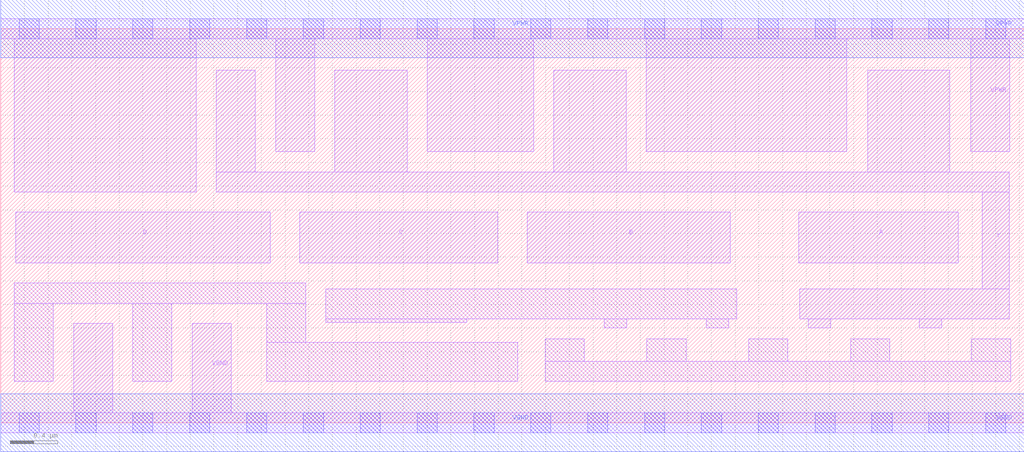
<source format=lef>
# Copyright 2020 The SkyWater PDK Authors
#
# Licensed under the Apache License, Version 2.0 (the "License");
# you may not use this file except in compliance with the License.
# You may obtain a copy of the License at
#
#     https://www.apache.org/licenses/LICENSE-2.0
#
# Unless required by applicable law or agreed to in writing, software
# distributed under the License is distributed on an "AS IS" BASIS,
# WITHOUT WARRANTIES OR CONDITIONS OF ANY KIND, either express or implied.
# See the License for the specific language governing permissions and
# limitations under the License.
#
# SPDX-License-Identifier: Apache-2.0

VERSION 5.7 ;
  NAMESCASESENSITIVE ON ;
  NOWIREEXTENSIONATPIN ON ;
  DIVIDERCHAR "/" ;
  BUSBITCHARS "[]" ;
UNITS
  DATABASE MICRONS 200 ;
END UNITS
MACRO sky130_fd_sc_ms__nand4_4
  CLASS CORE ;
  SOURCE USER ;
  FOREIGN sky130_fd_sc_ms__nand4_4 ;
  ORIGIN  0.000000  0.000000 ;
  SIZE  8.640000 BY  3.330000 ;
  SYMMETRY X Y ;
  SITE unit ;
  PIN A
    ANTENNAGATEAREA  0.847200 ;
    DIRECTION INPUT ;
    USE SIGNAL ;
    PORT
      LAYER li1 ;
        RECT 6.735000 1.350000 8.085000 1.780000 ;
    END
  END A
  PIN B
    ANTENNAGATEAREA  0.847200 ;
    DIRECTION INPUT ;
    USE SIGNAL ;
    PORT
      LAYER li1 ;
        RECT 4.445000 1.350000 6.160000 1.780000 ;
    END
  END B
  PIN C
    ANTENNAGATEAREA  0.847200 ;
    DIRECTION INPUT ;
    USE SIGNAL ;
    PORT
      LAYER li1 ;
        RECT 2.525000 1.350000 4.195000 1.780000 ;
    END
  END C
  PIN D
    ANTENNAGATEAREA  0.847200 ;
    DIRECTION INPUT ;
    USE SIGNAL ;
    PORT
      LAYER li1 ;
        RECT 0.125000 1.350000 2.275000 1.780000 ;
    END
  END D
  PIN Y
    ANTENNADIFFAREA  3.187200 ;
    DIRECTION OUTPUT ;
    USE SIGNAL ;
    PORT
      LAYER li1 ;
        RECT 1.820000 1.950000 8.515000 2.120000 ;
        RECT 1.820000 2.120000 2.150000 2.980000 ;
        RECT 2.820000 2.120000 3.430000 2.980000 ;
        RECT 4.670000 2.120000 5.280000 2.980000 ;
        RECT 6.745000 0.880000 8.515000 1.130000 ;
        RECT 6.815000 0.800000 7.005000 0.880000 ;
        RECT 7.320000 2.120000 8.010000 2.980000 ;
        RECT 7.755000 0.800000 7.945000 0.880000 ;
        RECT 8.285000 1.130000 8.515000 1.950000 ;
    END
  END Y
  PIN VGND
    DIRECTION INOUT ;
    USE GROUND ;
    PORT
      LAYER li1 ;
        RECT 0.000000 -0.085000 8.640000 0.085000 ;
        RECT 0.615000  0.085000 0.945000 0.840000 ;
        RECT 1.615000  0.085000 1.945000 0.840000 ;
      LAYER mcon ;
        RECT 0.155000 -0.085000 0.325000 0.085000 ;
        RECT 0.635000 -0.085000 0.805000 0.085000 ;
        RECT 1.115000 -0.085000 1.285000 0.085000 ;
        RECT 1.595000 -0.085000 1.765000 0.085000 ;
        RECT 2.075000 -0.085000 2.245000 0.085000 ;
        RECT 2.555000 -0.085000 2.725000 0.085000 ;
        RECT 3.035000 -0.085000 3.205000 0.085000 ;
        RECT 3.515000 -0.085000 3.685000 0.085000 ;
        RECT 3.995000 -0.085000 4.165000 0.085000 ;
        RECT 4.475000 -0.085000 4.645000 0.085000 ;
        RECT 4.955000 -0.085000 5.125000 0.085000 ;
        RECT 5.435000 -0.085000 5.605000 0.085000 ;
        RECT 5.915000 -0.085000 6.085000 0.085000 ;
        RECT 6.395000 -0.085000 6.565000 0.085000 ;
        RECT 6.875000 -0.085000 7.045000 0.085000 ;
        RECT 7.355000 -0.085000 7.525000 0.085000 ;
        RECT 7.835000 -0.085000 8.005000 0.085000 ;
        RECT 8.315000 -0.085000 8.485000 0.085000 ;
      LAYER met1 ;
        RECT 0.000000 -0.245000 8.640000 0.245000 ;
    END
  END VGND
  PIN VPWR
    DIRECTION INOUT ;
    USE POWER ;
    PORT
      LAYER li1 ;
        RECT 0.000000 3.245000 8.640000 3.415000 ;
        RECT 0.115000 1.950000 1.650000 3.245000 ;
        RECT 2.320000 2.290000 2.650000 3.245000 ;
        RECT 3.600000 2.290000 4.500000 3.245000 ;
        RECT 5.450000 2.290000 7.140000 3.245000 ;
        RECT 8.190000 2.290000 8.520000 3.245000 ;
      LAYER mcon ;
        RECT 0.155000 3.245000 0.325000 3.415000 ;
        RECT 0.635000 3.245000 0.805000 3.415000 ;
        RECT 1.115000 3.245000 1.285000 3.415000 ;
        RECT 1.595000 3.245000 1.765000 3.415000 ;
        RECT 2.075000 3.245000 2.245000 3.415000 ;
        RECT 2.555000 3.245000 2.725000 3.415000 ;
        RECT 3.035000 3.245000 3.205000 3.415000 ;
        RECT 3.515000 3.245000 3.685000 3.415000 ;
        RECT 3.995000 3.245000 4.165000 3.415000 ;
        RECT 4.475000 3.245000 4.645000 3.415000 ;
        RECT 4.955000 3.245000 5.125000 3.415000 ;
        RECT 5.435000 3.245000 5.605000 3.415000 ;
        RECT 5.915000 3.245000 6.085000 3.415000 ;
        RECT 6.395000 3.245000 6.565000 3.415000 ;
        RECT 6.875000 3.245000 7.045000 3.415000 ;
        RECT 7.355000 3.245000 7.525000 3.415000 ;
        RECT 7.835000 3.245000 8.005000 3.415000 ;
        RECT 8.315000 3.245000 8.485000 3.415000 ;
      LAYER met1 ;
        RECT 0.000000 3.085000 8.640000 3.575000 ;
    END
  END VPWR
  OBS
    LAYER li1 ;
      RECT 0.115000 0.350000 0.445000 1.010000 ;
      RECT 0.115000 1.010000 2.575000 1.180000 ;
      RECT 1.115000 0.350000 1.445000 1.010000 ;
      RECT 2.245000 0.350000 4.365000 0.680000 ;
      RECT 2.245000 0.680000 2.575000 1.010000 ;
      RECT 2.745000 0.850000 3.935000 0.880000 ;
      RECT 2.745000 0.880000 6.215000 1.130000 ;
      RECT 4.595000 0.350000 8.525000 0.520000 ;
      RECT 4.595000 0.520000 4.925000 0.710000 ;
      RECT 5.095000 0.800000 5.285000 0.880000 ;
      RECT 5.455000 0.520000 5.785000 0.710000 ;
      RECT 5.955000 0.800000 6.145000 0.880000 ;
      RECT 6.315000 0.520000 6.645000 0.710000 ;
      RECT 7.175000 0.520000 7.505000 0.710000 ;
      RECT 8.195000 0.520000 8.525000 0.710000 ;
  END
END sky130_fd_sc_ms__nand4_4

</source>
